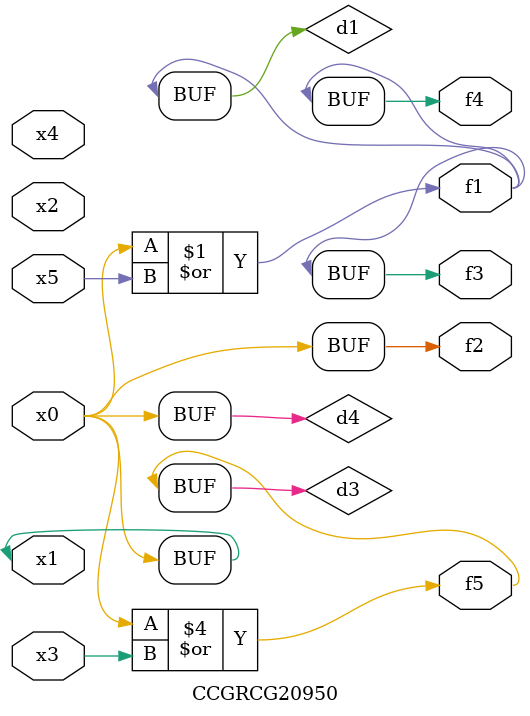
<source format=v>
module CCGRCG20950(
	input x0, x1, x2, x3, x4, x5,
	output f1, f2, f3, f4, f5
);

	wire d1, d2, d3, d4;

	or (d1, x0, x5);
	xnor (d2, x1, x4);
	or (d3, x0, x3);
	buf (d4, x0, x1);
	assign f1 = d1;
	assign f2 = d4;
	assign f3 = d1;
	assign f4 = d1;
	assign f5 = d3;
endmodule

</source>
